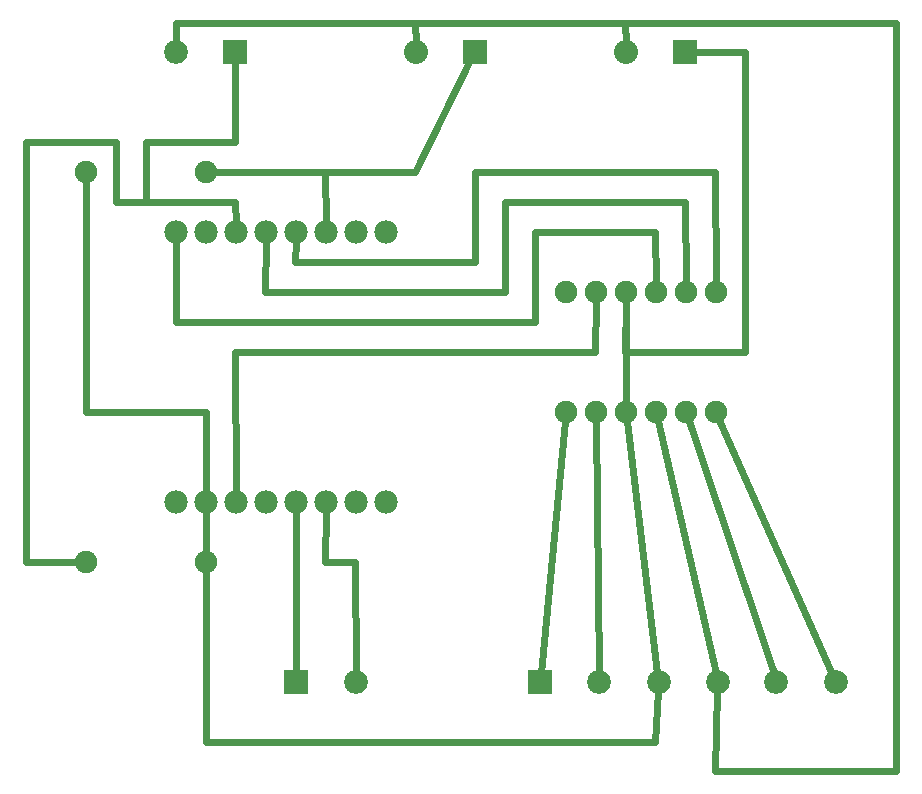
<source format=gbl>
G04 MADE WITH FRITZING*
G04 WWW.FRITZING.ORG*
G04 DOUBLE SIDED*
G04 HOLES PLATED*
G04 CONTOUR ON CENTER OF CONTOUR VECTOR*
%ASAXBY*%
%FSLAX23Y23*%
%MOIN*%
%OFA0B0*%
%SFA1.0B1.0*%
%ADD10C,0.074803*%
%ADD11C,0.077778*%
%ADD12C,0.080000*%
%ADD13C,0.079370*%
%ADD14C,0.075000*%
%ADD15R,0.080000X0.080000*%
%ADD16R,0.079370X0.079370*%
%ADD17C,0.024000*%
%LNCOPPER0*%
G90*
G70*
G54D10*
X3042Y1776D03*
X2541Y1775D03*
X2641Y1775D03*
X2741Y1775D03*
X2841Y1775D03*
X2941Y1775D03*
X3042Y1375D03*
X2541Y1375D03*
X2641Y1375D03*
X2741Y1375D03*
X2841Y1375D03*
X2941Y1375D03*
G54D11*
X1941Y1975D03*
X1841Y1975D03*
X1741Y1975D03*
X1641Y1975D03*
X1541Y1975D03*
X1441Y1975D03*
X1341Y1975D03*
X1241Y1975D03*
X1241Y1075D03*
X1341Y1075D03*
X1441Y1075D03*
X1541Y1075D03*
X1641Y1075D03*
X1741Y1075D03*
X1841Y1075D03*
X1941Y1075D03*
G54D12*
X2238Y2575D03*
X2041Y2575D03*
X2938Y2575D03*
X2741Y2575D03*
G54D13*
X2457Y475D03*
X2654Y475D03*
X2851Y475D03*
X3048Y475D03*
X3244Y475D03*
X3441Y475D03*
X1644Y475D03*
X1841Y475D03*
X1438Y2575D03*
X1241Y2575D03*
G54D14*
X941Y875D03*
X1341Y875D03*
X1341Y2175D03*
X941Y2175D03*
G54D15*
X2238Y2575D03*
X2938Y2575D03*
G54D16*
X2457Y475D03*
X1644Y475D03*
X1438Y2575D03*
G54D17*
X1440Y2074D02*
X1441Y2004D01*
D02*
X1041Y2274D02*
X1041Y2074D01*
D02*
X1041Y2074D02*
X1440Y2074D01*
D02*
X741Y2274D02*
X1041Y2274D01*
D02*
X741Y876D02*
X741Y2274D01*
D02*
X913Y875D02*
X741Y876D01*
D02*
X1341Y1046D02*
X1341Y904D01*
D02*
X1641Y1046D02*
X1644Y506D01*
D02*
X1840Y876D02*
X1841Y506D01*
D02*
X1740Y876D02*
X1840Y876D01*
D02*
X1741Y1046D02*
X1740Y876D01*
D02*
X1341Y1375D02*
X1341Y1104D01*
D02*
X941Y1375D02*
X1341Y1375D01*
D02*
X941Y1874D02*
X941Y1375D01*
D02*
X941Y2146D02*
X941Y1874D01*
D02*
X1740Y2174D02*
X1370Y2175D01*
D02*
X1741Y2004D02*
X1740Y2174D01*
D02*
X1440Y2074D02*
X1441Y2004D01*
D02*
X1141Y2074D02*
X1440Y2074D01*
D02*
X1440Y2274D02*
X1141Y2274D01*
D02*
X1141Y2274D02*
X1141Y2074D01*
D02*
X1438Y2544D02*
X1440Y2274D01*
D02*
X1241Y2673D02*
X1241Y2606D01*
D02*
X2040Y2673D02*
X1241Y2673D01*
D02*
X2041Y2606D02*
X2040Y2673D01*
D02*
X2040Y2174D02*
X2224Y2547D01*
D02*
X1740Y2174D02*
X2040Y2174D01*
D02*
X1741Y2004D02*
X1740Y2174D01*
D02*
X2040Y2673D02*
X2041Y2606D01*
D02*
X2739Y2673D02*
X2040Y2673D01*
D02*
X2741Y2606D02*
X2739Y2673D01*
D02*
X2745Y1344D02*
X2847Y506D01*
D02*
X2839Y276D02*
X1341Y276D01*
D02*
X1341Y276D02*
X1341Y846D01*
D02*
X2849Y444D02*
X2839Y276D01*
D02*
X2848Y1345D02*
X3041Y505D01*
D02*
X3644Y177D02*
X3039Y177D01*
D02*
X3039Y177D02*
X3047Y444D01*
D02*
X3644Y2673D02*
X3644Y177D01*
D02*
X2739Y2673D02*
X3644Y2673D01*
D02*
X3429Y503D02*
X3054Y1347D01*
D02*
X3235Y504D02*
X2951Y1346D01*
D02*
X2653Y506D02*
X2642Y1344D01*
D02*
X2460Y506D02*
X2538Y1344D01*
D02*
X2439Y1974D02*
X2439Y1675D01*
D02*
X2439Y1675D02*
X1241Y1675D01*
D02*
X1241Y1675D02*
X1241Y1946D01*
D02*
X2839Y1974D02*
X2439Y1974D01*
D02*
X2841Y1805D02*
X2839Y1974D01*
D02*
X2239Y2174D02*
X2239Y1874D01*
D02*
X2239Y1874D02*
X1640Y1874D01*
D02*
X1640Y1874D02*
X1641Y1946D01*
D02*
X3039Y2174D02*
X2239Y2174D01*
D02*
X3041Y1806D02*
X3039Y2174D01*
D02*
X3138Y1575D02*
X2739Y1575D01*
D02*
X2739Y1575D02*
X2741Y1745D01*
D02*
X3138Y2574D02*
X3138Y1575D01*
D02*
X2969Y2575D02*
X3138Y2574D01*
D02*
X2741Y1405D02*
X2741Y1745D01*
D02*
X1440Y1575D02*
X2639Y1575D01*
D02*
X2639Y1575D02*
X2641Y1745D01*
D02*
X1441Y1104D02*
X1440Y1575D01*
D02*
X1540Y1775D02*
X1541Y1946D01*
D02*
X2339Y1775D02*
X1540Y1775D01*
D02*
X2339Y2074D02*
X2339Y1775D01*
D02*
X2939Y2074D02*
X2339Y2074D01*
D02*
X2941Y1805D02*
X2939Y2074D01*
G04 End of Copper0*
M02*
</source>
